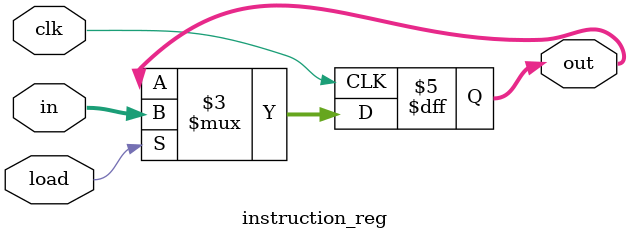
<source format=v>
module instruction_reg(
        input [31:0] in, 
        input clk, 
        input load, 
        output reg [31:0] out
        );

    always @(negedge clk) begin     // the only difference is in the clock edge logic, that waits for the negedge instead of posedge
        if(load == 1'b1) out <= in; // instruction register load when load enable
    end

endmodule
</source>
